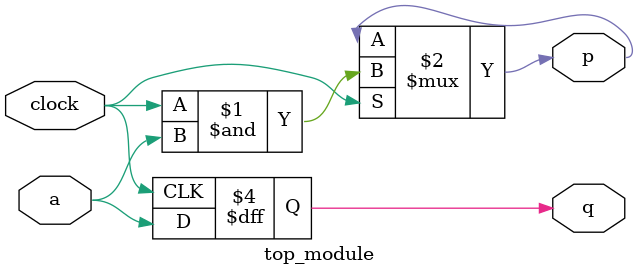
<source format=v>
module top_module (
    input clock,
    input a,
    output p,
    output q);
    
    assign p = clock? (clock & a) : p;
    
    always@(negedge clock) begin
        q <= a;
    end


endmodule

</source>
